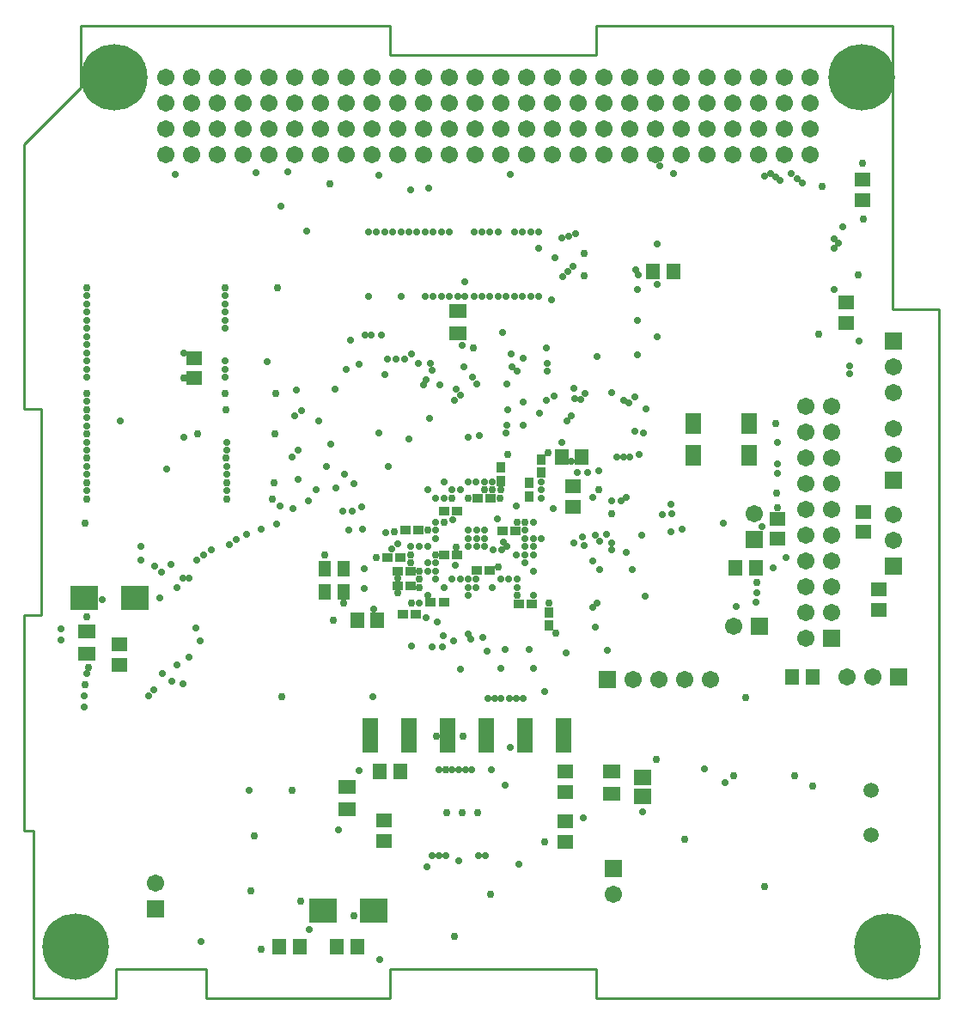
<source format=gbs>
%FSLAX44Y44*%
%MOMM*%
G71*
G01*
G75*
G04 Layer_Color=16711935*
%ADD10R,0.7000X0.9000*%
%ADD11R,1.5000X1.3000*%
%ADD12R,2.2000X2.6000*%
%ADD13R,1.2000X1.5000*%
%ADD14R,1.2000X1.4000*%
%ADD15R,1.4000X1.2000*%
%ADD16R,1.1000X1.0000*%
%ADD17R,2.6000X2.2000*%
%ADD18R,0.3500X1.5500*%
%ADD19O,0.3500X1.5500*%
%ADD20R,4.2000X3.1000*%
%ADD21R,0.6000X1.4000*%
%ADD22O,1.0000X0.4000*%
%ADD23R,1.0000X0.4000*%
%ADD24R,1.9000X1.3000*%
%ADD25R,2.8000X1.0000*%
%ADD26R,0.8000X1.0000*%
%ADD27R,1.2000X1.0000*%
%ADD28R,1.2000X0.7000*%
%ADD29O,0.5500X1.5500*%
%ADD30C,0.3500*%
%ADD31R,1.0000X0.3000*%
%ADD32R,1.0500X0.4000*%
%ADD33R,2.5000X0.5000*%
%ADD34R,2.5000X2.0000*%
%ADD35R,1.5000X1.2000*%
%ADD36C,0.1778*%
%ADD37C,0.3048*%
%ADD38C,0.2540*%
%ADD39R,1.5000X1.5000*%
%ADD40C,1.5000*%
%ADD41R,1.5000X1.5000*%
%ADD42C,6.3500*%
%ADD43C,1.3000*%
%ADD44C,0.5080*%
%ADD45C,0.5588*%
%ADD46C,1.0160*%
%ADD47C,1.9160*%
%ADD48C,1.0160*%
%ADD49C,1.0668*%
%ADD50C,0.3810*%
%ADD51C,4.1910*%
%ADD52R,0.9000X0.7000*%
%ADD53R,1.0500X1.3000*%
%ADD54R,1.4000X3.3000*%
%ADD55R,1.3000X1.9000*%
%ADD56C,0.2500*%
%ADD57C,0.2000*%
%ADD58C,0.6000*%
%ADD59C,0.3000*%
%ADD60C,0.2032*%
%ADD61C,0.1000*%
%ADD62C,0.1270*%
%ADD63R,0.9032X1.1032*%
%ADD64R,1.7032X1.5032*%
%ADD65R,2.4032X2.8032*%
%ADD66R,1.4032X1.7032*%
%ADD67R,1.4032X1.6032*%
%ADD68R,1.6032X1.4032*%
%ADD69R,1.3032X1.2032*%
%ADD70R,2.8032X2.4032*%
%ADD71R,0.5532X1.7532*%
%ADD72O,0.5532X1.7532*%
%ADD73R,4.4032X3.3032*%
%ADD74R,0.8032X1.6032*%
%ADD75O,1.2032X0.6032*%
%ADD76R,1.2032X0.6032*%
%ADD77R,2.1032X1.5032*%
%ADD78R,3.0032X1.2032*%
%ADD79R,1.0032X1.2032*%
%ADD80R,1.4032X1.2032*%
%ADD81R,1.4032X0.9032*%
%ADD82O,0.7532X1.7532*%
%ADD83C,0.5532*%
%ADD84R,1.2032X0.5032*%
%ADD85R,1.2532X0.6032*%
%ADD86R,2.7032X0.7032*%
%ADD87R,2.7032X2.2032*%
%ADD88R,1.7032X1.4032*%
%ADD89R,1.7032X1.7032*%
%ADD90C,1.7032*%
%ADD91R,1.7032X1.7032*%
%ADD92C,6.5532*%
%ADD93C,1.5032*%
%ADD94C,0.7112*%
%ADD95C,0.7620*%
%ADD96R,1.1032X0.9032*%
%ADD97R,1.2532X1.5032*%
%ADD98R,1.6032X3.5032*%
%ADD99R,1.5032X2.1032*%
D38*
X0Y0D02*
X81280D01*
Y29210D01*
X170180D01*
Y0D02*
Y29210D01*
Y0D02*
X351790D01*
Y29210D01*
X554990D01*
Y0D02*
Y29210D01*
Y0D02*
X892810D01*
Y679450D01*
X847090D02*
X892810D01*
X847090D02*
Y958850D01*
X554990D02*
X847090D01*
X554990Y929640D02*
Y958850D01*
X351790Y929640D02*
X554990D01*
X351790D02*
Y958850D01*
X46990D02*
X351790D01*
X0Y0D02*
Y165100D01*
X-8890D02*
X0D01*
X-8890D02*
Y377825D01*
X7620D01*
Y581025D01*
X-8890D02*
X7620D01*
X-8890D02*
Y825500D01*
X46990Y897890D02*
Y958850D01*
X-8890Y825500D02*
Y842010D01*
X46990Y897890D01*
D63*
X500690Y518010D02*
D03*
Y531010D02*
D03*
X488742Y507700D02*
D03*
Y494700D02*
D03*
X508254Y380388D02*
D03*
Y367388D02*
D03*
X460756Y510136D02*
D03*
Y523136D02*
D03*
D64*
X600456Y217780D02*
D03*
Y198780D02*
D03*
D67*
X319372Y50546D02*
D03*
X299372D02*
D03*
X242476Y51308D02*
D03*
X262476D02*
D03*
X520606Y533908D02*
D03*
X540606D02*
D03*
X631030Y716242D02*
D03*
X611030D02*
D03*
X692310Y424180D02*
D03*
X712310D02*
D03*
X361536Y223266D02*
D03*
X341536D02*
D03*
X767936Y316738D02*
D03*
X747936D02*
D03*
X339184Y372364D02*
D03*
X319184D02*
D03*
D68*
X84836Y328582D02*
D03*
Y348582D02*
D03*
X733044Y472788D02*
D03*
Y452788D02*
D03*
X817880Y459646D02*
D03*
Y479646D02*
D03*
X345694Y155100D02*
D03*
Y175100D02*
D03*
X524256Y203360D02*
D03*
Y223360D02*
D03*
X524510Y154592D02*
D03*
Y174592D02*
D03*
X531622Y484792D02*
D03*
Y504792D02*
D03*
X833374Y382938D02*
D03*
Y402938D02*
D03*
X817118Y786798D02*
D03*
Y806798D02*
D03*
X801116Y665640D02*
D03*
Y685640D02*
D03*
X158750Y631030D02*
D03*
Y611030D02*
D03*
D70*
X285896Y86360D02*
D03*
X335896D02*
D03*
X49930Y394462D02*
D03*
X99930D02*
D03*
D88*
X53086Y361774D02*
D03*
Y339774D02*
D03*
X569976Y223846D02*
D03*
Y201846D02*
D03*
X309118Y208104D02*
D03*
Y186104D02*
D03*
X418338Y655496D02*
D03*
Y677496D02*
D03*
D89*
X847598Y510540D02*
D03*
X786384Y354838D02*
D03*
X710438Y452628D02*
D03*
X847598Y425958D02*
D03*
X571500Y128016D02*
D03*
X120396Y88392D02*
D03*
X847598Y647954D02*
D03*
D90*
Y535940D02*
D03*
Y561340D02*
D03*
X760984Y583438D02*
D03*
X786384D02*
D03*
X760984Y558038D02*
D03*
X786384D02*
D03*
X760984Y532638D02*
D03*
X786384D02*
D03*
X760984Y507238D02*
D03*
X786384D02*
D03*
X760984Y481838D02*
D03*
X786384D02*
D03*
X760984Y456438D02*
D03*
X786384D02*
D03*
X760984Y431038D02*
D03*
X786384D02*
D03*
X760984Y405638D02*
D03*
X786384D02*
D03*
X760984Y380238D02*
D03*
X786384D02*
D03*
X760984Y354838D02*
D03*
X710438Y478028D02*
D03*
X827278Y316992D02*
D03*
X801878D02*
D03*
X847598Y451358D02*
D03*
Y476758D02*
D03*
X571500Y102616D02*
D03*
X120396Y113792D02*
D03*
X667258Y314452D02*
D03*
X641858D02*
D03*
X616458D02*
D03*
X591058D02*
D03*
X847598Y597154D02*
D03*
Y622554D02*
D03*
X690372Y367030D02*
D03*
X130810Y857280D02*
D03*
Y831880D02*
D03*
X156210D02*
D03*
X181610D02*
D03*
X207010D02*
D03*
X232410D02*
D03*
X257810D02*
D03*
X283210D02*
D03*
X308610D02*
D03*
X334010D02*
D03*
X359410D02*
D03*
X384810D02*
D03*
X410210D02*
D03*
X435610D02*
D03*
X461010D02*
D03*
X486410D02*
D03*
X511810D02*
D03*
X537210D02*
D03*
X562610D02*
D03*
X588010D02*
D03*
X613410D02*
D03*
X638810D02*
D03*
X664210D02*
D03*
X689610D02*
D03*
X715010D02*
D03*
X740410D02*
D03*
X765810D02*
D03*
X156210Y857280D02*
D03*
X181610D02*
D03*
X207010D02*
D03*
X232410D02*
D03*
X257810D02*
D03*
X283210D02*
D03*
X308610D02*
D03*
X334010D02*
D03*
X359410D02*
D03*
X384810D02*
D03*
X410210D02*
D03*
X435610D02*
D03*
X461010D02*
D03*
X486410D02*
D03*
X511810D02*
D03*
X537210D02*
D03*
X562610D02*
D03*
X588010D02*
D03*
X613410D02*
D03*
X638810D02*
D03*
X664210D02*
D03*
X689610D02*
D03*
X715010D02*
D03*
X740410D02*
D03*
X765810D02*
D03*
X130810Y908080D02*
D03*
Y882680D02*
D03*
X156210D02*
D03*
X181610D02*
D03*
X207010D02*
D03*
X232410D02*
D03*
X257810D02*
D03*
X283210D02*
D03*
X308610D02*
D03*
X334010D02*
D03*
X359410D02*
D03*
X384810D02*
D03*
X410210D02*
D03*
X435610D02*
D03*
X461010D02*
D03*
X486410D02*
D03*
X511810D02*
D03*
X537210D02*
D03*
X562610D02*
D03*
X588010D02*
D03*
X613410D02*
D03*
X638810D02*
D03*
X664210D02*
D03*
X689610D02*
D03*
X715010D02*
D03*
X740410D02*
D03*
X765810D02*
D03*
X156210Y908080D02*
D03*
X181610D02*
D03*
X207010D02*
D03*
X232410D02*
D03*
X257810D02*
D03*
X283210D02*
D03*
X308610D02*
D03*
X334010D02*
D03*
X359410D02*
D03*
X384810D02*
D03*
X410210D02*
D03*
X435610D02*
D03*
X461010D02*
D03*
X486410D02*
D03*
X511810D02*
D03*
X537210D02*
D03*
X562610D02*
D03*
X588010D02*
D03*
X613410D02*
D03*
X638810D02*
D03*
X664210D02*
D03*
X689610D02*
D03*
X715010D02*
D03*
X740410D02*
D03*
X765810D02*
D03*
D91*
X852678Y316992D02*
D03*
X565658Y314452D02*
D03*
X715772Y367030D02*
D03*
D92*
X816430Y908100D02*
D03*
X79830D02*
D03*
X841831Y50800D02*
D03*
X41731Y50800D02*
D03*
D93*
X825592Y204624D02*
D03*
Y160624D02*
D03*
D94*
X391519Y625780D02*
D03*
X416520Y600529D02*
D03*
X458212Y755000D02*
D03*
X490212Y755000D02*
D03*
X269750Y756500D02*
D03*
X389519Y798789D02*
D03*
X372000Y796500D02*
D03*
X338212Y755000D02*
D03*
X346212D02*
D03*
X330212D02*
D03*
X596265Y713326D02*
D03*
X593598Y718202D02*
D03*
X527500Y751461D02*
D03*
X534250Y753750D02*
D03*
X466852Y605536D02*
D03*
X595846Y668528D02*
D03*
X493268Y325628D02*
D03*
X420624Y324612D02*
D03*
X680212Y468122D02*
D03*
X661162Y225806D02*
D03*
X325882Y404264D02*
D03*
Y423522D02*
D03*
X629666Y477520D02*
D03*
X599948Y456438D02*
D03*
X579628Y490474D02*
D03*
X512188Y482470D02*
D03*
X717804Y464566D02*
D03*
X729234Y424180D02*
D03*
X797814Y760052D02*
D03*
X813816Y647954D02*
D03*
X475742Y437388D02*
D03*
X757682Y803656D02*
D03*
X752602Y807974D02*
D03*
X747268Y812546D02*
D03*
X736346Y806196D02*
D03*
X731520Y809752D02*
D03*
X726440Y813054D02*
D03*
X720344Y810006D02*
D03*
X532638Y601218D02*
D03*
X581914Y589788D02*
D03*
X586740Y586486D02*
D03*
X595846Y698956D02*
D03*
X388690Y445200D02*
D03*
X335534Y383286D02*
D03*
X539496Y590296D02*
D03*
X396690Y493200D02*
D03*
X404690D02*
D03*
X271018Y490220D02*
D03*
X298470Y503192D02*
D03*
X575314Y533908D02*
D03*
X584516Y494092D02*
D03*
X556006Y389636D02*
D03*
X602996Y396748D02*
D03*
X139700Y811784D02*
D03*
X482854Y295910D02*
D03*
X475996D02*
D03*
X68326Y393192D02*
D03*
X160528Y364998D02*
D03*
X403860Y357124D02*
D03*
X469519Y295910D02*
D03*
X461010D02*
D03*
X556006Y632460D02*
D03*
X454660Y295910D02*
D03*
X447802D02*
D03*
X588010Y533908D02*
D03*
X558419Y450469D02*
D03*
X533400Y591312D02*
D03*
X546608Y518414D02*
D03*
X541020Y455168D02*
D03*
X488847Y343916D02*
D03*
X127254Y320040D02*
D03*
X119761Y425577D02*
D03*
X447294Y342392D02*
D03*
X135890Y427482D02*
D03*
X141478Y404876D02*
D03*
X372618Y347218D02*
D03*
X147574Y414528D02*
D03*
Y309880D02*
D03*
X153670Y414274D02*
D03*
Y336550D02*
D03*
X544068Y596138D02*
D03*
X536194Y518414D02*
D03*
X569722Y596900D02*
D03*
X551180Y493776D02*
D03*
X542798Y446278D02*
D03*
X553720Y456692D02*
D03*
X520954Y547878D02*
D03*
X457200Y472440D02*
D03*
X466344Y564896D02*
D03*
X465582Y557530D02*
D03*
X551434Y431292D02*
D03*
X558038Y422402D02*
D03*
X582168Y533908D02*
D03*
X592836Y559308D02*
D03*
X569976Y490474D02*
D03*
X601726Y557530D02*
D03*
X397896Y371094D02*
D03*
X387350Y375412D02*
D03*
X392938Y346710D02*
D03*
X430784Y354076D02*
D03*
X503682Y302006D02*
D03*
X557530Y519550D02*
D03*
X314706Y480060D02*
D03*
X324104Y462788D02*
D03*
X402844Y346710D02*
D03*
X429006Y359156D02*
D03*
X475996Y485394D02*
D03*
X380690Y445200D02*
D03*
X416306Y426720D02*
D03*
X419406Y135636D02*
D03*
X451906Y225298D02*
D03*
X469750Y247246D02*
D03*
X280924Y569214D02*
D03*
X506222Y617982D02*
D03*
Y626110D02*
D03*
X476758Y617982D02*
D03*
X471805Y622046D02*
D03*
X467614Y580136D02*
D03*
X521716Y711708D02*
D03*
X526796Y716788D02*
D03*
X531876Y721868D02*
D03*
X510911Y688340D02*
D03*
X340614Y557276D02*
D03*
X370078Y551434D02*
D03*
X482600Y631190D02*
D03*
X436690Y509200D02*
D03*
X442212Y691896D02*
D03*
X434212D02*
D03*
X410212D02*
D03*
X402212D02*
D03*
X394212D02*
D03*
X386212D02*
D03*
X362212D02*
D03*
X402212Y755000D02*
D03*
X394212D02*
D03*
X386212D02*
D03*
X378212D02*
D03*
X370212D02*
D03*
X362212D02*
D03*
X354212D02*
D03*
X439420Y554990D02*
D03*
X255778Y482854D02*
D03*
X124968Y394462D02*
D03*
X257556Y574294D02*
D03*
X323850Y484124D02*
D03*
X311150Y461518D02*
D03*
X52578Y692252D02*
D03*
Y684252D02*
D03*
Y676252D02*
D03*
Y668252D02*
D03*
Y660252D02*
D03*
Y652252D02*
D03*
Y644252D02*
D03*
Y636252D02*
D03*
X188722Y628252D02*
D03*
Y620252D02*
D03*
Y612252D02*
D03*
X148818Y552958D02*
D03*
X380690Y389200D02*
D03*
X438912Y140462D02*
D03*
X387604Y129286D02*
D03*
X600456Y184150D02*
D03*
X213106Y204724D02*
D03*
X478536Y132588D02*
D03*
X464924Y209700D02*
D03*
X419406Y225298D02*
D03*
X321056Y224686D02*
D03*
X399906Y140462D02*
D03*
X425906Y225298D02*
D03*
X399906D02*
D03*
X432406D02*
D03*
X412906D02*
D03*
X393406Y140462D02*
D03*
X406406D02*
D03*
X445406D02*
D03*
X428754Y461264D02*
D03*
X436882D02*
D03*
X428754Y453136D02*
D03*
X436882D02*
D03*
X428754Y445264D02*
D03*
X436882D02*
D03*
X444754D02*
D03*
Y453264D02*
D03*
Y461264D02*
D03*
X413834Y471612D02*
D03*
X188722Y684252D02*
D03*
X404690Y509200D02*
D03*
X188722Y676252D02*
D03*
Y668252D02*
D03*
Y660252D02*
D03*
X412690Y501200D02*
D03*
X388690D02*
D03*
X396690Y469200D02*
D03*
Y461200D02*
D03*
Y429200D02*
D03*
X388690D02*
D03*
X396690Y421200D02*
D03*
Y413200D02*
D03*
X404690Y405200D02*
D03*
X412690Y413200D02*
D03*
X420690D02*
D03*
X428690Y397200D02*
D03*
Y405200D02*
D03*
Y413200D02*
D03*
X436690Y405200D02*
D03*
Y413200D02*
D03*
X452690Y405200D02*
D03*
X460690Y413200D02*
D03*
X468690D02*
D03*
X476690Y405200D02*
D03*
X492690Y420946D02*
D03*
Y437200D02*
D03*
X484690D02*
D03*
X492690Y445200D02*
D03*
X484690D02*
D03*
X500690Y453200D02*
D03*
X492690D02*
D03*
X484690D02*
D03*
Y461200D02*
D03*
X492690Y469200D02*
D03*
X500690Y493200D02*
D03*
Y501200D02*
D03*
X452690Y509200D02*
D03*
X444690D02*
D03*
X428690D02*
D03*
X420690Y501200D02*
D03*
X388690Y397200D02*
D03*
X492690D02*
D03*
X476690Y413200D02*
D03*
X500690Y509200D02*
D03*
X52578Y500252D02*
D03*
Y516252D02*
D03*
Y524252D02*
D03*
Y540252D02*
D03*
Y548252D02*
D03*
Y564252D02*
D03*
Y572252D02*
D03*
X305054Y480060D02*
D03*
X190500Y500252D02*
D03*
Y516252D02*
D03*
Y524252D02*
D03*
Y540252D02*
D03*
Y548252D02*
D03*
X306578Y516252D02*
D03*
X289310Y524252D02*
D03*
X261360Y540252D02*
D03*
X278384Y501650D02*
D03*
X315722Y507492D02*
D03*
X52578Y588252D02*
D03*
Y612252D02*
D03*
Y620252D02*
D03*
Y628252D02*
D03*
X415166Y589534D02*
D03*
X384810Y604520D02*
D03*
X387350Y609600D02*
D03*
X346710Y614680D02*
D03*
X390144Y571500D02*
D03*
X321310Y624840D02*
D03*
X308610Y620014D02*
D03*
X788924Y698956D02*
D03*
Y738956D02*
D03*
X52578Y319982D02*
D03*
X570230Y441962D02*
D03*
Y448692D02*
D03*
X432816Y612648D02*
D03*
X466212Y691896D02*
D03*
X474212D02*
D03*
X482212D02*
D03*
X498212D02*
D03*
X410212Y755000D02*
D03*
X474212D02*
D03*
X482212D02*
D03*
X420690Y594868D02*
D03*
X400558Y604520D02*
D03*
X259334Y599694D02*
D03*
X365760Y629666D02*
D03*
X372364Y635254D02*
D03*
X357378Y630428D02*
D03*
X437388Y605536D02*
D03*
X392805Y619373D02*
D03*
X424053Y622681D02*
D03*
X482600Y587502D02*
D03*
X470916Y635508D02*
D03*
X513080Y593344D02*
D03*
X462788Y656336D02*
D03*
X505714Y641096D02*
D03*
X614934Y703580D02*
D03*
X148818Y636252D02*
D03*
X300736Y166220D02*
D03*
X425196Y706628D02*
D03*
X418212Y691896D02*
D03*
X379222Y626110D02*
D03*
X350262Y524252D02*
D03*
X161290Y432308D02*
D03*
X168148Y437388D02*
D03*
X175768Y442468D02*
D03*
X193294Y447548D02*
D03*
X200152Y452628D02*
D03*
X210312Y457708D02*
D03*
X224790Y462788D02*
D03*
X243078Y484886D02*
D03*
X264160Y579374D02*
D03*
X327406Y653542D02*
D03*
X255270Y533400D02*
D03*
X343408Y653796D02*
D03*
X450212Y691896D02*
D03*
X239522Y467868D02*
D03*
X458212Y691896D02*
D03*
X188722Y692252D02*
D03*
X230124Y627888D02*
D03*
X293490Y546354D02*
D03*
X297688Y600202D02*
D03*
X260858Y511683D02*
D03*
X788924Y748956D02*
D03*
X482600Y564642D02*
D03*
X595846Y634238D02*
D03*
X614934Y743204D02*
D03*
Y651764D02*
D03*
X442976Y355346D02*
D03*
X465328Y343662D02*
D03*
X524764Y340614D02*
D03*
X498722Y576580D02*
D03*
X466660Y445200D02*
D03*
X463042Y449580D02*
D03*
X530606Y574421D02*
D03*
X628650Y460248D02*
D03*
X484690Y429200D02*
D03*
X628650Y486724D02*
D03*
X590550Y422402D02*
D03*
X564642Y456946D02*
D03*
X85852Y568960D02*
D03*
X113284Y298196D02*
D03*
X219710Y813562D02*
D03*
X250444Y814578D02*
D03*
X125984Y420370D02*
D03*
X164846Y352425D02*
D03*
X414274D02*
D03*
X131572Y521716D02*
D03*
X118364Y304038D02*
D03*
X692665Y385833D02*
D03*
X566166Y342646D02*
D03*
X553720Y365760D02*
D03*
X542290Y177546D02*
D03*
X505968Y589788D02*
D03*
X341630Y38100D02*
D03*
X592836Y592836D02*
D03*
X603504Y580898D02*
D03*
X526415Y569087D02*
D03*
X639572Y462280D02*
D03*
X532384Y449072D02*
D03*
X630936Y812800D02*
D03*
X551688Y385064D02*
D03*
X462026Y441960D02*
D03*
X681736Y212806D02*
D03*
X396690Y453200D02*
D03*
X452882Y441960D02*
D03*
X425196Y691896D02*
D03*
X428498Y552958D02*
D03*
X490212Y691896D02*
D03*
X388690Y421200D02*
D03*
X272288Y67564D02*
D03*
X333248Y653542D02*
D03*
X312674Y648716D02*
D03*
X349250Y630079D02*
D03*
X619760Y476758D02*
D03*
X334518Y297434D02*
D03*
X712216Y390652D02*
D03*
X712978Y400050D02*
D03*
X742188Y434340D02*
D03*
X804418Y615442D02*
D03*
X596900Y536448D02*
D03*
X804418Y623062D02*
D03*
X733552Y548282D02*
D03*
Y526392D02*
D03*
X165608Y55880D02*
D03*
X733552Y517652D02*
D03*
X793242Y743956D02*
D03*
X330212Y691896D02*
D03*
X422656Y643382D02*
D03*
X530606Y529082D02*
D03*
X372182Y445200D02*
D03*
X353568Y442976D02*
D03*
X359410Y448310D02*
D03*
X347726Y459232D02*
D03*
X27432Y363982D02*
D03*
Y352982D02*
D03*
X105918Y445262D02*
D03*
Y431800D02*
D03*
X136652Y312674D02*
D03*
X50292Y297982D02*
D03*
X141732Y328676D02*
D03*
X50292Y286982D02*
D03*
X584200Y439166D02*
D03*
X244348Y781050D02*
D03*
X460756Y325628D02*
D03*
X341000Y811000D02*
D03*
X470000Y812250D02*
D03*
X617728Y820674D02*
D03*
X521250Y749000D02*
D03*
X498500Y739250D02*
D03*
X514525Y730286D02*
D03*
X498212Y755000D02*
D03*
X434212D02*
D03*
X442212D02*
D03*
X450212D02*
D03*
D95*
X732282Y497840D02*
D03*
X570164Y477454D02*
D03*
X613664Y235712D02*
D03*
X287676Y437282D02*
D03*
X306176Y389530D02*
D03*
X452690Y501200D02*
D03*
X406406Y225298D02*
D03*
X416710Y444650D02*
D03*
X359260Y399900D02*
D03*
Y414124D02*
D03*
X507144Y537464D02*
D03*
X54102Y326390D02*
D03*
X777842Y799940D02*
D03*
X773684Y654812D02*
D03*
X148590Y611124D02*
D03*
X476690Y469200D02*
D03*
X414928Y61360D02*
D03*
X450444Y102260D02*
D03*
X316230Y81280D02*
D03*
X437656Y182880D02*
D03*
X407656D02*
D03*
X422656D02*
D03*
X397256Y258318D02*
D03*
X423774Y258420D02*
D03*
X235204Y492252D02*
D03*
X239014Y596252D02*
D03*
X240284Y700278D02*
D03*
X237490Y508252D02*
D03*
X237744Y556252D02*
D03*
X189992Y532252D02*
D03*
Y580252D02*
D03*
X52578Y700252D02*
D03*
Y596252D02*
D03*
Y556252D02*
D03*
Y508252D02*
D03*
Y492252D02*
D03*
X53086Y376428D02*
D03*
X428690Y493200D02*
D03*
X459928Y492438D02*
D03*
X412690Y493200D02*
D03*
X404690Y469200D02*
D03*
X388690Y461200D02*
D03*
X396690Y437200D02*
D03*
X380690Y421200D02*
D03*
X484690Y469200D02*
D03*
X460690Y501200D02*
D03*
X444690D02*
D03*
X380690Y413200D02*
D03*
X372182Y437200D02*
D03*
X380690Y405200D02*
D03*
X372690Y389200D02*
D03*
X476690Y397200D02*
D03*
X50800Y308982D02*
D03*
X245256Y297434D02*
D03*
X190500Y508252D02*
D03*
X161798Y556252D02*
D03*
X263144Y95504D02*
D03*
X641604Y156718D02*
D03*
X768096Y209042D02*
D03*
X750466Y219306D02*
D03*
X690522D02*
D03*
X713382Y409852D02*
D03*
X733044Y483616D02*
D03*
X557530Y501200D02*
D03*
X701802Y296164D02*
D03*
X503776Y154592D02*
D03*
X217424Y160274D02*
D03*
X224442Y48674D02*
D03*
X255176Y204630D02*
D03*
X214630Y106172D02*
D03*
X731774Y566166D02*
D03*
X720930Y110158D02*
D03*
X188722Y700252D02*
D03*
X813308Y713232D02*
D03*
X818134Y767842D02*
D03*
X542544Y734392D02*
D03*
Y712392D02*
D03*
X433832Y641350D02*
D03*
X508381Y389509D02*
D03*
X515112Y360172D02*
D03*
X457962Y425196D02*
D03*
X356108Y459486D02*
D03*
X467868Y536448D02*
D03*
X372182Y429454D02*
D03*
X338074Y434340D02*
D03*
X295656Y372364D02*
D03*
X52578Y580252D02*
D03*
Y532252D02*
D03*
X188722Y596252D02*
D03*
X190500Y492252D02*
D03*
X51054Y468122D02*
D03*
X817118Y823214D02*
D03*
X292750Y803000D02*
D03*
D96*
X404726Y437388D02*
D03*
X417726D02*
D03*
X372260Y421132D02*
D03*
X359260D02*
D03*
X372260Y406908D02*
D03*
X359260D02*
D03*
X436730Y421894D02*
D03*
X449730D02*
D03*
X366626Y461264D02*
D03*
X379626D02*
D03*
X417726Y479806D02*
D03*
X404726D02*
D03*
X478640Y389128D02*
D03*
X491640D02*
D03*
X349100Y434340D02*
D03*
X362100D02*
D03*
X475130Y461010D02*
D03*
X462130D02*
D03*
X438000Y492760D02*
D03*
X451000D02*
D03*
X404772Y390144D02*
D03*
X391772D02*
D03*
X377340Y378206D02*
D03*
X364340D02*
D03*
D97*
X306176Y423488D02*
D03*
Y400488D02*
D03*
X287676Y423488D02*
D03*
Y400488D02*
D03*
D98*
X446736Y259080D02*
D03*
X408736D02*
D03*
X370536D02*
D03*
X332536D02*
D03*
X484936D02*
D03*
X522936D02*
D03*
D99*
X705680Y534926D02*
D03*
X650680D02*
D03*
Y566926D02*
D03*
X705680D02*
D03*
M02*

</source>
